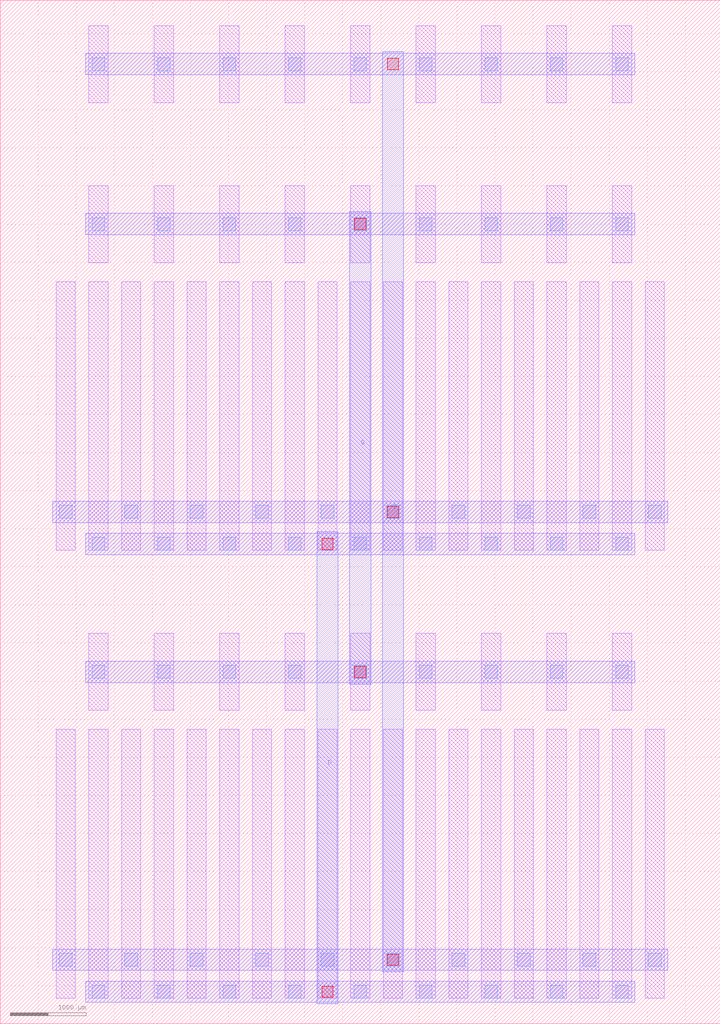
<source format=lef>
MACRO NMOS_S_89651636_X9_Y2
  UNITS 
    DATABASE MICRONS UNITS 1000;
  END UNITS 
  ORIGIN 0 0 ;
  FOREIGN NMOS_S_89651636_X9_Y2 0 0 ;
  SIZE 9460 BY 13440 ;
  PIN D
    DIRECTION INOUT ;
    USE SIGNAL ;
    PORT
      LAYER M3 ;
        RECT 4160 260 4440 6460 ;
    END
  END D
  PIN G
    DIRECTION INOUT ;
    USE SIGNAL ;
    PORT
      LAYER M3 ;
        RECT 4590 4460 4870 10660 ;
    END
  END G
  PIN S
    DIRECTION INOUT ;
    USE SIGNAL ;
    PORT
      LAYER M3 ;
        RECT 5020 680 5300 12760 ;
    END
  END S
  OBS
    LAYER M1 ;
      RECT 1165 335 1415 3865 ;
    LAYER M1 ;
      RECT 1165 4115 1415 5125 ;
    LAYER M1 ;
      RECT 1165 6215 1415 9745 ;
    LAYER M1 ;
      RECT 1165 9995 1415 11005 ;
    LAYER M1 ;
      RECT 1165 12095 1415 13105 ;
    LAYER M1 ;
      RECT 735 335 985 3865 ;
    LAYER M1 ;
      RECT 735 6215 985 9745 ;
    LAYER M1 ;
      RECT 1595 335 1845 3865 ;
    LAYER M1 ;
      RECT 1595 6215 1845 9745 ;
    LAYER M1 ;
      RECT 2025 335 2275 3865 ;
    LAYER M1 ;
      RECT 2025 4115 2275 5125 ;
    LAYER M1 ;
      RECT 2025 6215 2275 9745 ;
    LAYER M1 ;
      RECT 2025 9995 2275 11005 ;
    LAYER M1 ;
      RECT 2025 12095 2275 13105 ;
    LAYER M1 ;
      RECT 2455 335 2705 3865 ;
    LAYER M1 ;
      RECT 2455 6215 2705 9745 ;
    LAYER M1 ;
      RECT 2885 335 3135 3865 ;
    LAYER M1 ;
      RECT 2885 4115 3135 5125 ;
    LAYER M1 ;
      RECT 2885 6215 3135 9745 ;
    LAYER M1 ;
      RECT 2885 9995 3135 11005 ;
    LAYER M1 ;
      RECT 2885 12095 3135 13105 ;
    LAYER M1 ;
      RECT 3315 335 3565 3865 ;
    LAYER M1 ;
      RECT 3315 6215 3565 9745 ;
    LAYER M1 ;
      RECT 3745 335 3995 3865 ;
    LAYER M1 ;
      RECT 3745 4115 3995 5125 ;
    LAYER M1 ;
      RECT 3745 6215 3995 9745 ;
    LAYER M1 ;
      RECT 3745 9995 3995 11005 ;
    LAYER M1 ;
      RECT 3745 12095 3995 13105 ;
    LAYER M1 ;
      RECT 4175 335 4425 3865 ;
    LAYER M1 ;
      RECT 4175 6215 4425 9745 ;
    LAYER M1 ;
      RECT 4605 335 4855 3865 ;
    LAYER M1 ;
      RECT 4605 4115 4855 5125 ;
    LAYER M1 ;
      RECT 4605 6215 4855 9745 ;
    LAYER M1 ;
      RECT 4605 9995 4855 11005 ;
    LAYER M1 ;
      RECT 4605 12095 4855 13105 ;
    LAYER M1 ;
      RECT 5035 335 5285 3865 ;
    LAYER M1 ;
      RECT 5035 6215 5285 9745 ;
    LAYER M1 ;
      RECT 5465 335 5715 3865 ;
    LAYER M1 ;
      RECT 5465 4115 5715 5125 ;
    LAYER M1 ;
      RECT 5465 6215 5715 9745 ;
    LAYER M1 ;
      RECT 5465 9995 5715 11005 ;
    LAYER M1 ;
      RECT 5465 12095 5715 13105 ;
    LAYER M1 ;
      RECT 5895 335 6145 3865 ;
    LAYER M1 ;
      RECT 5895 6215 6145 9745 ;
    LAYER M1 ;
      RECT 6325 335 6575 3865 ;
    LAYER M1 ;
      RECT 6325 4115 6575 5125 ;
    LAYER M1 ;
      RECT 6325 6215 6575 9745 ;
    LAYER M1 ;
      RECT 6325 9995 6575 11005 ;
    LAYER M1 ;
      RECT 6325 12095 6575 13105 ;
    LAYER M1 ;
      RECT 6755 335 7005 3865 ;
    LAYER M1 ;
      RECT 6755 6215 7005 9745 ;
    LAYER M1 ;
      RECT 7185 335 7435 3865 ;
    LAYER M1 ;
      RECT 7185 4115 7435 5125 ;
    LAYER M1 ;
      RECT 7185 6215 7435 9745 ;
    LAYER M1 ;
      RECT 7185 9995 7435 11005 ;
    LAYER M1 ;
      RECT 7185 12095 7435 13105 ;
    LAYER M1 ;
      RECT 7615 335 7865 3865 ;
    LAYER M1 ;
      RECT 7615 6215 7865 9745 ;
    LAYER M1 ;
      RECT 8045 335 8295 3865 ;
    LAYER M1 ;
      RECT 8045 4115 8295 5125 ;
    LAYER M1 ;
      RECT 8045 6215 8295 9745 ;
    LAYER M1 ;
      RECT 8045 9995 8295 11005 ;
    LAYER M1 ;
      RECT 8045 12095 8295 13105 ;
    LAYER M1 ;
      RECT 8475 335 8725 3865 ;
    LAYER M1 ;
      RECT 8475 6215 8725 9745 ;
    LAYER M2 ;
      RECT 1120 280 8340 560 ;
    LAYER M2 ;
      RECT 1120 4480 8340 4760 ;
    LAYER M2 ;
      RECT 690 700 8770 980 ;
    LAYER M2 ;
      RECT 1120 6160 8340 6440 ;
    LAYER M2 ;
      RECT 1120 10360 8340 10640 ;
    LAYER M2 ;
      RECT 1120 12460 8340 12740 ;
    LAYER M2 ;
      RECT 690 6580 8770 6860 ;
    LAYER V1 ;
      RECT 1205 335 1375 505 ;
    LAYER V1 ;
      RECT 1205 4535 1375 4705 ;
    LAYER V1 ;
      RECT 1205 6215 1375 6385 ;
    LAYER V1 ;
      RECT 1205 10415 1375 10585 ;
    LAYER V1 ;
      RECT 1205 12515 1375 12685 ;
    LAYER V1 ;
      RECT 2065 335 2235 505 ;
    LAYER V1 ;
      RECT 2065 4535 2235 4705 ;
    LAYER V1 ;
      RECT 2065 6215 2235 6385 ;
    LAYER V1 ;
      RECT 2065 10415 2235 10585 ;
    LAYER V1 ;
      RECT 2065 12515 2235 12685 ;
    LAYER V1 ;
      RECT 2925 335 3095 505 ;
    LAYER V1 ;
      RECT 2925 4535 3095 4705 ;
    LAYER V1 ;
      RECT 2925 6215 3095 6385 ;
    LAYER V1 ;
      RECT 2925 10415 3095 10585 ;
    LAYER V1 ;
      RECT 2925 12515 3095 12685 ;
    LAYER V1 ;
      RECT 3785 335 3955 505 ;
    LAYER V1 ;
      RECT 3785 4535 3955 4705 ;
    LAYER V1 ;
      RECT 3785 6215 3955 6385 ;
    LAYER V1 ;
      RECT 3785 10415 3955 10585 ;
    LAYER V1 ;
      RECT 3785 12515 3955 12685 ;
    LAYER V1 ;
      RECT 4645 335 4815 505 ;
    LAYER V1 ;
      RECT 4645 4535 4815 4705 ;
    LAYER V1 ;
      RECT 4645 6215 4815 6385 ;
    LAYER V1 ;
      RECT 4645 10415 4815 10585 ;
    LAYER V1 ;
      RECT 4645 12515 4815 12685 ;
    LAYER V1 ;
      RECT 5505 335 5675 505 ;
    LAYER V1 ;
      RECT 5505 4535 5675 4705 ;
    LAYER V1 ;
      RECT 5505 6215 5675 6385 ;
    LAYER V1 ;
      RECT 5505 10415 5675 10585 ;
    LAYER V1 ;
      RECT 5505 12515 5675 12685 ;
    LAYER V1 ;
      RECT 6365 335 6535 505 ;
    LAYER V1 ;
      RECT 6365 4535 6535 4705 ;
    LAYER V1 ;
      RECT 6365 6215 6535 6385 ;
    LAYER V1 ;
      RECT 6365 10415 6535 10585 ;
    LAYER V1 ;
      RECT 6365 12515 6535 12685 ;
    LAYER V1 ;
      RECT 7225 335 7395 505 ;
    LAYER V1 ;
      RECT 7225 4535 7395 4705 ;
    LAYER V1 ;
      RECT 7225 6215 7395 6385 ;
    LAYER V1 ;
      RECT 7225 10415 7395 10585 ;
    LAYER V1 ;
      RECT 7225 12515 7395 12685 ;
    LAYER V1 ;
      RECT 8085 335 8255 505 ;
    LAYER V1 ;
      RECT 8085 4535 8255 4705 ;
    LAYER V1 ;
      RECT 8085 6215 8255 6385 ;
    LAYER V1 ;
      RECT 8085 10415 8255 10585 ;
    LAYER V1 ;
      RECT 8085 12515 8255 12685 ;
    LAYER V1 ;
      RECT 775 755 945 925 ;
    LAYER V1 ;
      RECT 775 6635 945 6805 ;
    LAYER V1 ;
      RECT 1635 755 1805 925 ;
    LAYER V1 ;
      RECT 1635 6635 1805 6805 ;
    LAYER V1 ;
      RECT 2495 755 2665 925 ;
    LAYER V1 ;
      RECT 2495 6635 2665 6805 ;
    LAYER V1 ;
      RECT 3355 755 3525 925 ;
    LAYER V1 ;
      RECT 3355 6635 3525 6805 ;
    LAYER V1 ;
      RECT 4215 755 4385 925 ;
    LAYER V1 ;
      RECT 4215 6635 4385 6805 ;
    LAYER V1 ;
      RECT 5075 755 5245 925 ;
    LAYER V1 ;
      RECT 5075 6635 5245 6805 ;
    LAYER V1 ;
      RECT 5935 755 6105 925 ;
    LAYER V1 ;
      RECT 5935 6635 6105 6805 ;
    LAYER V1 ;
      RECT 6795 755 6965 925 ;
    LAYER V1 ;
      RECT 6795 6635 6965 6805 ;
    LAYER V1 ;
      RECT 7655 755 7825 925 ;
    LAYER V1 ;
      RECT 7655 6635 7825 6805 ;
    LAYER V1 ;
      RECT 8515 755 8685 925 ;
    LAYER V1 ;
      RECT 8515 6635 8685 6805 ;
    LAYER V2 ;
      RECT 4225 345 4375 495 ;
    LAYER V2 ;
      RECT 4225 6225 4375 6375 ;
    LAYER V2 ;
      RECT 4655 4545 4805 4695 ;
    LAYER V2 ;
      RECT 4655 10425 4805 10575 ;
    LAYER V2 ;
      RECT 5085 765 5235 915 ;
    LAYER V2 ;
      RECT 5085 6645 5235 6795 ;
    LAYER V2 ;
      RECT 5085 12525 5235 12675 ;
  END
END NMOS_S_89651636_X9_Y2

</source>
